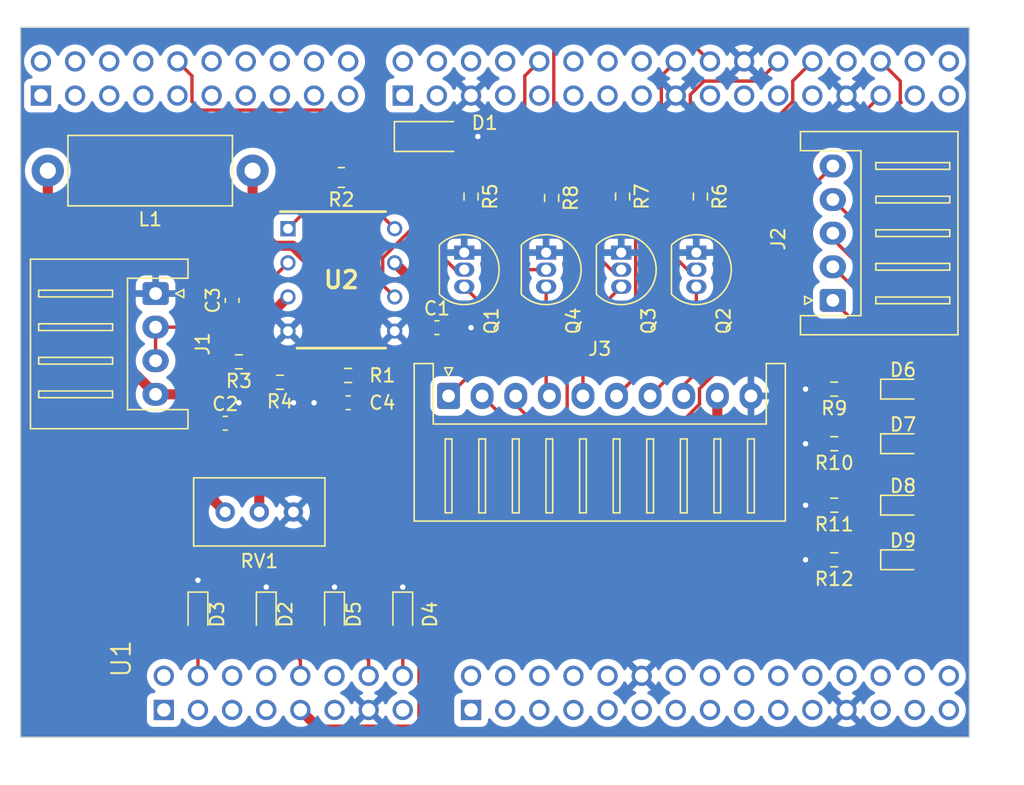
<source format=kicad_pcb>
(kicad_pcb (version 20221018) (generator pcbnew)
  (title_block (title "frontbox nucleo ex") (date "2023-08-13") (rev "1") (company "NTURacing") (comment 1 "legacy from easyEDA"))
  (layers (0 "F.Cu" signal) (31 "B.Cu" signal) (34 "B.Paste" user) (35 "F.Paste" user) (36 "B.SilkS" user "B.Silkscreen") (37 "F.SilkS" user "F.Silkscreen") (38 "B.Mask" user) (39 "F.Mask" user) (44 "Edge.Cuts" user))
  (net 0 "")
  (net 1 "+5V")
  (net 2 "GND")
  (net 3 "+5V_A")
  (net 4 "Net-(U2-+)")
  (net 5 "bridge")
  (net 6 "output")
  (net 7 "LED1")
  (net 8 "LED2")
  (net 9 "LED3")
  (net 10 "LED4")
  (net 11 "Net-(D6-A)")
  (net 12 "Net-(D7-A)")
  (net 13 "Net-(D8-A)")
  (net 14 "Net-(D9-A)")
  (net 15 "PAGE")
  (net 16 "RTD_in")
  (net 17 "RTD_L")
  (net 18 "GR_in2")
  (net 19 "GR_L2")
  (net 20 "RPi_L")
  (net 21 "GR_in1")
  (net 22 "GR_L1")
  (net 23 "Net-(L1-Pad1)")
  (net 24 "Net-(Q1-B)")
  (net 25 "Net-(Q2-B)")
  (net 26 "Net-(Q3-B)")
  (net 27 "Net-(Q4-B)")
  (net 28 "Net-(R2-Pad1)")
  (net 29 "Net-(R2-Pad2)")
  (net 30 "GR_L1_s")
  (net 31 "RTD_L_s")
  (net 32 "GR_L2_s")
  (net 33 "RPi_L_s")
  (net 114 "Net-(D6-K)")
  (net 115 "Net-(D7-K)")
  (net 116 "Net-(D8-K)")
  (net 117 "Net-(D9-K)")
  (footprint "Resistor_SMD:R_0603_1608Metric_Pad0.98x0.95mm_HandSolder" (layer "F.Cu") (at 88.294 77.724 -90)
    (fp_text reference "R8" (at 0 -1.43 90) (layer "F.SilkS"))
    (fp_text value "1k")
    (pad "1" smd roundrect (at -0.9125 0 270) (size 0.975 0.95) (layers "F.Cu" "F.Paste" "F.Mask") (net 33 "RPi_L_s"))
    (pad "2" smd roundrect (at 0.9125 0 270) (size 0.975 0.95) (layers "F.Cu" "F.Paste" "F.Mask") (net 27 "Net-(Q4-B)"))
  )
  (footprint "Resistor_SMD:R_0603_1608Metric_Pad0.98x0.95mm_HandSolder" (layer "F.Cu") (at 68.072 91.44 180)
    (fp_text reference "R4" (at 0 -1.43) (layer "F.SilkS"))
    (fp_text value "5R")
    (pad "1" smd roundrect (at -0.9125 0 180) (size 0.975 0.95) (layers "F.Cu" "F.Paste" "F.Mask") (net 2 "GND"))
    (pad "2" smd roundrect (at 0.9125 0 180) (size 0.975 0.95) (layers "F.Cu" "F.Paste" "F.Mask") (net 4 "Net-(U2-+)"))
  )
  (footprint "Package_TO_SOT_THT:TO-92_Inline" (layer "F.Cu") (at 93.472 81.788 -90)
    (fp_text reference "Q3" (at 5.08 -2.032 90) (layer "F.SilkS"))
    (fp_text value "PN2222A")
    (pad "1" thru_hole rect (at 0 0 270) (size 1.05 1.5) (drill 0.75) (layers "*.Cu" "*.Mask") (net 2 "GND"))
    (pad "2" thru_hole oval (at 1.27 0 270) (size 1.05 1.5) (drill 0.75) (layers "*.Cu" "*.Mask") (net 26 "Net-(Q3-B)"))
    (pad "3" thru_hole oval (at 2.54 0 270) (size 1.05 1.5) (drill 0.75) (layers "*.Cu" "*.Mask") (net 19 "GR_L2"))
  )
  (footprint "Capacitor_SMD:C_0603_1608Metric_Pad1.08x0.95mm_HandSolder" (layer "F.Cu") (at 64.008 94.488)
    (fp_text reference "C2" (at 0 -1.43) (layer "F.SilkS"))
    (fp_text value "10u")
    (pad "1" smd roundrect (at -0.8625 0) (size 1.075 0.95) (layers "F.Cu" "F.Paste" "F.Mask") (net 3 "+5V_A"))
    (pad "2" smd roundrect (at 0.8625 0) (size 1.075 0.95) (layers "F.Cu" "F.Paste" "F.Mask") (net 2 "GND"))
  )
  (footprint "Resistor_SMD:R_0805_2012Metric_Pad1.20x1.40mm_HandSolder" (layer "F.Cu") (at 72.644 76.2 180)
    (fp_text reference "R2" (at 0 -1.65) (layer "F.SilkS"))
    (fp_text value "1k")
    (pad "1" smd roundrect (at -1 0 180) (size 1.2 1.4) (layers "F.Cu" "F.Paste" "F.Mask") (roundrect_rratio 0.208333) (net 28 "Net-(R2-Pad1)"))
    (pad "2" smd roundrect (at 1 0 180) (size 1.2 1.4) (layers "F.Cu" "F.Paste" "F.Mask") (roundrect_rratio 0.208333) (net 29 "Net-(R2-Pad2)"))
  )
  (footprint "Resistor_SMD:R_0603_1608Metric_Pad0.98x0.95mm_HandSolder" (layer "F.Cu") (at 65.024 89.916 180)
    (fp_text reference "R3" (at 0 -1.43) (layer "F.SilkS"))
    (fp_text value "5R")
    (pad "1" smd roundrect (at -0.9125 0 180) (size 0.975 0.95) (layers "F.Cu" "F.Paste" "F.Mask") (net 4 "Net-(U2-+)"))
    (pad "2" smd roundrect (at 0.9125 0 180) (size 0.975 0.95) (layers "F.Cu" "F.Paste" "F.Mask") (net 3 "+5V_A"))
  )
  (footprint "LED_SMD:LED_0603_1608Metric_Pad1.05x0.95mm_HandSolder" (layer "F.Cu") (at 114.441 104.648)
    (fp_text reference "D9" (at 0 -1.43) (layer "F.SilkS"))
    (fp_text value "LED-0603_R")
    (pad "1" smd roundrect (at -0.875 0) (size 1.05 0.95) (layers "F.Cu" "F.Paste" "F.Mask") (net 117 "Net-(D9-K)"))
    (pad "2" smd roundrect (at 0.875 0) (size 1.05 0.95) (layers "F.Cu" "F.Paste" "F.Mask") (net 14 "Net-(D9-A)"))
  )
  (footprint "Connector_JST:JST_XH_S5B-XH-A_1x05_P2.50mm_Horizontal" (layer "F.Cu") (at 109.22 85.344 90)
    (fp_text reference "J2" (at 4.572 -4.064 90) (layer "F.SilkS"))
    (fp_text value "Conn_01x05")
    (pad "1" thru_hole roundrect (at 0 0 90) (size 1.7 1.95) (drill 0.95) (layers "*.Cu" "*.Mask") (roundrect_rratio 0.147059) (net 11 "Net-(D6-A)"))
    (pad "2" thru_hole oval (at 2.5 0 90) (size 1.7 1.95) (drill 0.95) (layers "*.Cu" "*.Mask") (net 12 "Net-(D7-A)"))
    (pad "3" thru_hole oval (at 5 0 90) (size 1.7 1.95) (drill 0.95) (layers "*.Cu" "*.Mask") (net 13 "Net-(D8-A)"))
    (pad "4" thru_hole oval (at 7.5 0 90) (size 1.7 1.95) (drill 0.95) (layers "*.Cu" "*.Mask") (net 14 "Net-(D9-A)"))
    (pad "5" thru_hole oval (at 10 0 90) (size 1.7 1.95) (drill 0.95) (layers "*.Cu" "*.Mask") (net 15 "PAGE"))
  )
  (footprint "Resistor_SMD:R_0603_1608Metric_Pad0.98x0.95mm_HandSolder" (layer "F.Cu") (at 109.3235 91.948 180)
    (fp_text reference "R9" (at 0 -1.43) (layer "F.SilkS"))
    (fp_text value "100")
    (pad "1" smd roundrect (at -0.9125 0 180) (size 0.975 0.95) (layers "F.Cu" "F.Paste" "F.Mask") (net 114 "Net-(D6-K)"))
    (pad "2" smd roundrect (at 0.9125 0 180) (size 0.975 0.95) (layers "F.Cu" "F.Paste" "F.Mask") (net 2 "GND"))
  )
  (footprint "Diode_SMD:D_MiniMELF" (layer "F.Cu") (at 79.248 73.152)
    (fp_text reference "D1" (at 4.064 -1.016) (layer "F.SilkS"))
    (fp_text value "ZMM5227B-PEC")
    (pad "1" smd roundrect (at -1.75 0) (size 1.3 1.7) (layers "F.Cu" "F.Paste" "F.Mask") (roundrect_rratio 0.1923076923) (net 6 "output"))
    (pad "2" smd roundrect (at 1.75 0) (size 1.3 1.7) (layers "F.Cu" "F.Paste" "F.Mask") (roundrect_rratio 0.1923076923) (net 2 "GND"))
  )
  (footprint "Package_TO_SOT_THT:TO-92_Inline" (layer "F.Cu") (at 87.884 81.788 -90)
    (fp_text reference "Q4" (at 5.08 -2.032 90) (layer "F.SilkS"))
    (fp_text value "PN2222A")
    (pad "1" thru_hole rect (at 0 0 270) (size 1.05 1.5) (drill 0.75) (layers "*.Cu" "*.Mask") (net 2 "GND"))
    (pad "2" thru_hole oval (at 1.27 0 270) (size 1.05 1.5) (drill 0.75) (layers "*.Cu" "*.Mask") (net 27 "Net-(Q4-B)"))
    (pad "3" thru_hole oval (at 2.54 0 270) (size 1.05 1.5) (drill 0.75) (layers "*.Cu" "*.Mask") (net 20 "RPi_L"))
  )
  (footprint "Resistor_SMD:R_0603_1608Metric_Pad0.98x0.95mm_HandSolder" (layer "F.Cu") (at 93.576 77.6205 -90)
    (fp_text reference "R7" (at 0 -1.43 90) (layer "F.SilkS"))
    (fp_text value "1k")
    (pad "1" smd roundrect (at -0.9125 0 270) (size 0.975 0.95) (layers "F.Cu" "F.Paste" "F.Mask") (net 32 "GR_L2_s"))
    (pad "2" smd roundrect (at 0.9125 0 270) (size 0.975 0.95) (layers "F.Cu" "F.Paste" "F.Mask") (net 26 "Net-(Q3-B)"))
  )
  (footprint "LED_SMD:LED_0603_1608Metric_Pad1.05x0.95mm_HandSolder" (layer "F.Cu") (at 67.056 108.712 -90)
    (fp_text reference "D2" (at 0 -1.43 90) (layer "F.SilkS"))
    (fp_text value "LED-0603_R")
    (pad "1" smd roundrect (at -0.875 0 270) (size 1.05 0.95) (layers "F.Cu" "F.Paste" "F.Mask") (net 2 "GND"))
    (pad "2" smd roundrect (at 0.875 0 270) (size 1.05 0.95) (layers "F.Cu" "F.Paste" "F.Mask") (net 7 "LED1"))
  )
  (footprint "Resistor_SMD:R_0603_1608Metric_Pad0.98x0.95mm_HandSolder" (layer "F.Cu") (at 73.152 90.932 180)
    (fp_text reference "R1" (at -2.54 0) (layer "F.SilkS"))
    (fp_text value "5R")
    (pad "1" smd roundrect (at -0.9125 0 180) (size 0.975 0.95) (layers "F.Cu" "F.Paste" "F.Mask") (net 1 "+5V"))
    (pad "2" smd roundrect (at 0.9125 0 180) (size 0.975 0.95) (layers "F.Cu" "F.Paste" "F.Mask") (net 23 "Net-(L1-Pad1)"))
  )
  (footprint "LED_SMD:LED_0603_1608Metric_Pad1.05x0.95mm_HandSolder" (layer "F.Cu") (at 61.976 108.712 -90)
    (fp_text reference "D3" (at 0 -1.43 90) (layer "F.SilkS"))
    (fp_text value "LED-0603_R")
    (pad "1" smd roundrect (at -0.875 0 270) (size 1.05 0.95) (layers "F.Cu" "F.Paste" "F.Mask") (net 2 "GND"))
    (pad "2" smd roundrect (at 0.875 0 270) (size 1.05 0.95) (layers "F.Cu" "F.Paste" "F.Mask") (net 8 "LED2"))
  )
  (footprint "Capacitor_SMD:C_0603_1608Metric_Pad1.08x0.95mm_HandSolder" (layer "F.Cu") (at 79.756 87.376)
    (fp_text reference "C1" (at 0 -1.43) (layer "F.SilkS"))
    (fp_text value "10u")
    (pad "1" smd roundrect (at -0.8625 0) (size 1.075 0.95) (layers "F.Cu" "F.Paste" "F.Mask") (net 1 "+5V"))
    (pad "2" smd roundrect (at 0.8625 0) (size 1.075 0.95) (layers "F.Cu" "F.Paste" "F.Mask") (net 2 "GND"))
  )
  (footprint "Capacitor_SMD:C_0603_1608Metric_Pad1.08x0.95mm_HandSolder" (layer "F.Cu") (at 64.516 85.344 90)
    (fp_text reference "C3" (at 0 -1.43 90) (layer "F.SilkS"))
    (fp_text value "0u1")
    (pad "1" smd roundrect (at -0.8625 0 90) (size 1.075 0.95) (layers "F.Cu" "F.Paste" "F.Mask") (net 4 "Net-(U2-+)"))
    (pad "2" smd roundrect (at 0.8625 0 90) (size 1.075 0.95) (layers "F.Cu" "F.Paste" "F.Mask") (net 5 "bridge"))
  )
  (footprint "Package_TO_SOT_THT:TO-92_Inline" (layer "F.Cu") (at 99.06 81.788 -90)
    (fp_text reference "Q2" (at 5.08 -2.032 90) (layer "F.SilkS"))
    (fp_text value "PN2222A")
    (pad "1" thru_hole rect (at 0 0 270) (size 1.05 1.5) (drill 0.75) (layers "*.Cu" "*.Mask") (net 2 "GND"))
    (pad "2" thru_hole oval (at 1.27 0 270) (size 1.05 1.5) (drill 0.75) (layers "*.Cu" "*.Mask") (net 25 "Net-(Q2-B)"))
    (pad "3" thru_hole oval (at 2.54 0 270) (size 1.05 1.5) (drill 0.75) (layers "*.Cu" "*.Mask") (net 17 "RTD_L"))
  )
  (footprint "LED_SMD:LED_0603_1608Metric_Pad1.05x0.95mm_HandSolder" (layer "F.Cu") (at 114.441 96.012)
    (fp_text reference "D7" (at 0 -1.43) (layer "F.SilkS"))
    (fp_text value "LED-0603_R")
    (pad "1" smd roundrect (at -0.875 0) (size 1.05 0.95) (layers "F.Cu" "F.Paste" "F.Mask") (net 115 "Net-(D7-K)"))
    (pad "2" smd roundrect (at 0.875 0) (size 1.05 0.95) (layers "F.Cu" "F.Paste" "F.Mask") (net 12 "Net-(D7-A)"))
  )
  (footprint "Capacitor_SMD:C_0603_1608Metric_Pad1.08x0.95mm_HandSolder" (layer "F.Cu") (at 73.152 92.964 180)
    (fp_text reference "C4" (at -2.54 0) (layer "F.SilkS"))
    (fp_text value "0u1")
    (pad "1" smd roundrect (at -0.8625 0 180) (size 1.075 0.95) (layers "F.Cu" "F.Paste" "F.Mask") (net 1 "+5V"))
    (pad "2" smd roundrect (at 0.8625 0 180) (size 1.075 0.95) (layers "F.Cu" "F.Paste" "F.Mask") (net 2 "GND"))
  )
  (footprint "Resistor_SMD:R_0603_1608Metric_Pad0.98x0.95mm_HandSolder" (layer "F.Cu") (at 109.3235 96.012 180)
    (fp_text reference "R10" (at 0 -1.43) (layer "F.SilkS"))
    (fp_text value "100")
    (pad "1" smd roundrect (at -0.9125 0 180) (size 0.975 0.95) (layers "F.Cu" "F.Paste" "F.Mask") (net 115 "Net-(D7-K)"))
    (pad "2" smd roundrect (at 0.9125 0 180) (size 0.975 0.95) (layers "F.Cu" "F.Paste" "F.Mask") (net 2 "GND"))
  )
  (footprint "Resistor_SMD:R_0603_1608Metric_Pad0.98x0.95mm_HandSolder" (layer "F.Cu") (at 82.296 77.6205 -90)
    (fp_text reference "R5" (at 0 -1.43 90) (layer "F.SilkS"))
    (fp_text value "1k")
    (pad "1" smd roundrect (at -0.9125 0 270) (size 0.975 0.95) (layers "F.Cu" "F.Paste" "F.Mask") (net 30 "GR_L1_s"))
    (pad "2" smd roundrect (at 0.9125 0 270) (size 0.975 0.95) (layers "F.Cu" "F.Paste" "F.Mask") (net 24 "Net-(Q1-B)"))
  )
  (footprint "Resistor_SMD:R_0603_1608Metric_Pad0.98x0.95mm_HandSolder" (layer "F.Cu") (at 109.3235 100.584 180)
    (fp_text reference "R11" (at 0 -1.43) (layer "F.SilkS"))
    (fp_text value "100")
    (pad "1" smd roundrect (at -0.9125 0 180) (size 0.975 0.95) (layers "F.Cu" "F.Paste" "F.Mask") (net 116 "Net-(D8-K)"))
    (pad "2" smd roundrect (at 0.9125 0 180) (size 0.975 0.95) (layers "F.Cu" "F.Paste" "F.Mask") (net 2 "GND"))
  )
  (footprint "Potentiometer_THT:Potentiometer_Bourns_3296W_Vertical" (layer "F.Cu") (at 63.998 101.092 180)
    (fp_text reference "RV1" (at -2.54 -3.66) (layer "F.SilkS"))
    (fp_text value "R_Potentiometer_Trim")
    (pad "1" thru_hole circle (at 0 0 180) (size 1.44 1.44) (drill 0.8) (layers "*.Cu" "*.Mask") (net 3 "+5V_A"))
    (pad "2" thru_hole circle (at -2.54 0 180) (size 1.44 1.44) (drill 0.8) (layers "*.Cu" "*.Mask") (net 4 "Net-(U2-+)"))
    (pad "3" thru_hole circle (at -5.08 0 180) (size 1.44 1.44) (drill 0.8) (layers "*.Cu" "*.Mask") (net 2 "GND"))
  )
  (footprint "Inductor_THT:L_Axial_L12.0mm_D5.0mm_P15.24mm_Horizontal_Fastron_MISC" (layer "F.Cu") (at 66.04 75.692 180)
    (fp_text reference "L1" (at 7.62 -3.62) (layer "F.SilkS"))
    (fp_text value "100u")
    (pad "1" thru_hole circle (at 0 0 180) (size 2.4 2.4) (drill 1.2) (layers "*.Cu" "*.Mask") (net 23 "Net-(L1-Pad1)"))
    (pad "2" thru_hole oval (at 15.24 0 180) (size 2.4 2.4) (drill 1.2) (layers "*.Cu" "*.Mask") (net 3 "+5V_A"))
  )
  (footprint "Connector_JST:JST_XH_S4B-XH-A_1x04_P2.50mm_Horizontal" (layer "F.Cu") (at 58.822 84.836 -90)
    (fp_text reference "J1" (at 3.75 -3.5 90) (layer "F.SilkS"))
    (fp_text value "Conn_01x04")
    (pad "1" thru_hole roundrect (at 0 0 270) (size 1.7 1.95) (drill 0.95) (layers "*.Cu" "*.Mask") (roundrect_rratio 0.147059) (net 2 "GND"))
    (pad "2" thru_hole oval (at 2.5 0 270) (size 1.7 1.95) (drill 0.95) (layers "*.Cu" "*.Mask") (net 5 "bridge"))
    (pad "3" thru_hole oval (at 5 0 270) (size 1.7 1.95) (drill 0.95) (layers "*.Cu" "*.Mask") (net 5 "bridge"))
    (pad "4" thru_hole oval (at 7.5 0 270) (size 1.7 1.95) (drill 0.95) (layers "*.Cu" "*.Mask") (net 3 "+5V_A"))
  )
  (footprint "LED_SMD:LED_0603_1608Metric_Pad1.05x0.95mm_HandSolder" (layer "F.Cu") (at 114.441 100.584)
    (fp_text reference "D8" (at 0 -1.43) (layer "F.SilkS"))
    (fp_text value "LED-0603_R")
    (pad "1" smd roundrect (at -0.875 0) (size 1.05 0.95) (layers "F.Cu" "F.Paste" "F.Mask") (net 116 "Net-(D8-K)"))
    (pad "2" smd roundrect (at 0.875 0) (size 1.05 0.95) (layers "F.Cu" "F.Paste" "F.Mask") (net 13 "Net-(D8-A)"))
  )
  (footprint "Resistor_SMD:R_0603_1608Metric_Pad0.98x0.95mm_HandSolder" (layer "F.Cu") (at 99.366 77.6205 -90)
    (fp_text reference "R6" (at 0 -1.43 90) (layer "F.SilkS"))
    (fp_text value "1k")
    (pad "1" smd roundrect (at -0.9125 0 270) (size 0.975 0.95) (layers "F.Cu" "F.Paste" "F.Mask") (net 31 "RTD_L_s"))
    (pad "2" smd roundrect (at 0.9125 0 270) (size 0.975 0.95) (layers "F.Cu" "F.Paste" "F.Mask") (net 25 "Net-(Q2-B)"))
  )
  (footprint "Resistor_SMD:R_0603_1608Metric_Pad0.98x0.95mm_HandSolder" (layer "F.Cu") (at 109.3235 104.648 180)
    (fp_text reference "R12" (at 0 -1.43) (layer "F.SilkS"))
    (fp_text value "100")
    (pad "1" smd roundrect (at -0.9125 0 180) (size 0.975 0.95) (layers "F.Cu" "F.Paste" "F.Mask") (net 117 "Net-(D9-K)"))
    (pad "2" smd roundrect (at 0.9125 0 180) (size 0.975 0.95) (layers "F.Cu" "F.Paste" "F.Mask") (net 2 "GND"))
  )
  (footprint "SamacSys_Parts:DIP794W53P254L959H508Q8N" (layer "F.Cu") (at 72.644 83.82)
    (fp_text reference "U2" (at 0 0) (layer "F.SilkS") (effects (font (size 1.27 1.27) (thickness 0.254))))
    (fp_text value "INA128PG4" hide)
    (pad "1" thru_hole rect (at -3.97 -3.81) (size 1.13 1.13) (drill 0.73) (layers "*.Cu" "*.Mask") (net 29 "Net-(R2-Pad2)"))
    (pad "2" thru_hole circle (at -3.97 -1.27) (size 1.13 1.13) (drill 0.73) (layers "*.Cu" "*.Mask") (net 5 "bridge"))
    (pad "3" thru_hole circle (at -3.97 1.27) (size 1.13 1.13) (drill 0.73) (layers "*.Cu" "*.Mask") (net 4 "Net-(U2-+)"))
    (pad "4" thru_hole circle (at -3.97 3.81) (size 1.13 1.13) (drill 0.73) (layers "*.Cu" "*.Mask") (net 2 "GND"))
    (pad "5" thru_hole circle (at 3.97 3.81) (size 1.13 1.13) (drill 0.73) (layers "*.Cu" "*.Mask") (net 2 "GND"))
    (pad "6" thru_hole circle (at 3.97 1.27) (size 1.13 1.13) (drill 0.73) (layers "*.Cu" "*.Mask") (net 6 "output"))
    (pad "7" thru_hole circle (at 3.97 -1.27) (size 1.13 1.13) (drill 0.73) (layers "*.Cu" "*.Mask") (net 1 "+5V"))
    (pad "8" thru_hole circle (at 3.97 -3.81) (size 1.13 1.13) (drill 0.73) (layers "*.Cu" "*.Mask") (net 28 "Net-(R2-Pad1)"))
  )
  (footprint "Connector_JST:JST_XH_S10B-XH-A_1x10_P2.50mm_Horizontal" (layer "F.Cu") (at 80.624 92.456)
    (fp_text reference "J3" (at 11.25 -3.5) (layer "F.SilkS"))
    (fp_text value "Conn_01x10")
    (pad "1" thru_hole roundrect (at 0 0) (size 1.7 1.95) (drill 0.95) (layers "*.Cu" "*.Mask") (roundrect_rratio 0.147059) (net 22 "GR_L1"))
    (pad "2" thru_hole oval (at 2.5 0) (size 1.7 1.95) (drill 0.95) (layers "*.Cu" "*.Mask") (net 15 "PAGE"))
    (pad "3" thru_hole oval (at 5 0) (size 1.7 1.95) (drill 0.95) (layers "*.Cu" "*.Mask") (net 21 "GR_in1"))
    (pad "4" thru_hole oval (at 7.5 0) (size 1.7 1.95) (drill 0.95) (layers "*.Cu" "*.Mask") (net 20 "RPi_L"))
    (pad "5" thru_hole oval (at 10 0) (size 1.7 1.95) (drill 0.95) (layers "*.Cu" "*.Mask") (net 19 "GR_L2"))
    (pad "6" thru_hole oval (at 12.5 0) (size 1.7 1.95) (drill 0.95) (layers "*.Cu" "*.Mask") (net 18 "GR_in2"))
    (pad "7" thru_hole oval (at 15 0) (size 1.7 1.95) (drill 0.95) (layers "*.Cu" "*.Mask") (net 17 "RTD_L"))
    (pad "8" thru_hole oval (at 17.5 0) (size 1.7 1.95) (drill 0.95) (layers "*.Cu" "*.Mask") (net 16 "RTD_in"))
    (pad "9" thru_hole oval (at 20 0) (size 1.7 1.95) (drill 0.95) (layers "*.Cu" "*.Mask") (net 1 "+5V"))
    (pad "10" thru_hole oval (at 22.5 0) (size 1.7 1.95) (drill 0.95) (layers "*.Cu" "*.Mask") (net 2 "GND"))
  )
  (footprint "LED_SMD:LED_0603_1608Metric_Pad1.05x0.95mm_HandSolder" (layer "F.Cu") (at 72.136 108.712 -90)
    (fp_text reference "D5" (at 0 -1.43 90) (layer "F.SilkS"))
    (fp_text value "LED-0603_R")
    (pad "1" smd roundrect (at -0.875 0 270) (size 1.05 0.95) (layers "F.Cu" "F.Paste" "F.Mask") (net 2 "GND"))
    (pad "2" smd roundrect (at 0.875 0 270) (size 1.05 0.95) (layers "F.Cu" "F.Paste" "F.Mask") (net 10 "LED4"))
  )
  (footprint "LED_SMD:LED_0603_1608Metric_Pad1.05x0.95mm_HandSolder" (layer "F.Cu") (at 114.441 91.948)
    (fp_text reference "D6" (at 0 -1.43) (layer "F.SilkS"))
    (fp_text value "LED-0603_R")
    (pad "1" smd roundrect (at -0.875 0) (size 1.05 0.95) (layers "F.Cu" "F.Paste" "F.Mask") (net 114 "Net-(D6-K)"))
    (pad "2" smd roundrect (at 0.875 0) (size 1.05 0.95) (layers "F.Cu" "F.Paste" "F.Mask") (net 11 "Net-(D6-A)"))
  )
  (footprint "Package_TO_SOT_THT:TO-92_Inline" (layer "F.Cu") (at 81.788 81.788 -90)
    (fp_text reference "Q1" (at 5.08 -2.032 90) (layer "F.SilkS"))
    (fp_text value "PN2222A")
    (pad "1" thru_hole rect (at 0 0 270) (size 1.05 1.5) (drill 0.75) (layers "*.Cu" "*.Mask") (net 2 "GND"))
    (pad "2" thru_hole oval (at 1.27 0 270) (size 1.05 1.5) (drill 0.75) (layers "*.Cu" "*.Mask") (net 24 "Net-(Q1-B)"))
    (pad "3" thru_hole oval (at 2.54 0 270) (size 1.05 1.5) (drill 0.75) (layers "*.Cu" "*.Mask") (net 22 "GR_L1"))
  )
  (footprint "nturt_kicad_lib:MODULE_NUCLEOH723ZG_WITHOUT_MORHPHO" (layer "F.Cu") (at 84.206 91.694 90)
    (fp_text reference "U1" (at -20.32 -27.94 90) (layer "F.SilkS") (effects (font (size 1.4 1.4))))
    (fp_text value "NUCLEOH723ZG_WITHOUT_MORHPHO")
    (pad "CN7_1" thru_hole rect (at 21.59 -33.914 90) (size 1.508 1.508) (drill 1) (layers "*.Cu" "*.Mask"))
    (pad "CN7_2" thru_hole circle (at 24.13 -33.914 90) (size 1.508 1.508) (drill 1) (layers "*.Cu" "*.Mask"))
    (pad "CN7_3" thru_hole circle (at 21.59 -31.374 90) (size 1.508 1.508) (drill 1) (layers "*.Cu" "*.Mask"))
    (pad "CN7_4" thru_hole circle (at 24.13 -31.374 90) (size 1.508 1.508) (drill 1) (layers "*.Cu" "*.Mask"))
    (pad "CN7_5" thru_hole circle (at 21.59 -28.834 90) (size 1.508 1.508) (drill 1) (layers "*.Cu" "*.Mask"))
    (pad "CN7_6" thru_hole circle (at 24.13 -28.834 90) (size 1.508 1.508) (drill 1) (layers "*.Cu" "*.Mask"))
    (pad "CN7_7" thru_hole circle (at 21.59 -26.294 90) (size 1.508 1.508) (drill 1) (layers "*.Cu" "*.Mask"))
    (pad "CN7_8" thru_hole circle (at 24.13 -26.294 90) (size 1.508 1.508) (drill 1) (layers "*.Cu" "*.Mask"))
    (pad "CN7_9" thru_hole circle (at 21.59 -23.754 90) (size 1.508 1.508) (drill 1) (layers "*.Cu" "*.Mask"))
    (pad "CN7_10" thru_hole circle (at 24.13 -23.754 90) (size 1.508 1.508) (drill 1) (layers "*.Cu" "*.Mask") (net 6 "output"))
    (pad "CN7_11" thru_hole circle (at 21.59 -21.214 90) (size 1.508 1.508) (drill 1) (layers "*.Cu" "*.Mask"))
    (pad "CN7_12" thru_hole circle (at 24.13 -21.214 90) (size 1.508 1.508) (drill 1) (layers "*.Cu" "*.Mask"))
    (pad "CN7_13" thru_hole circle (at 21.59 -18.674 90) (size 1.508 1.508) (drill 1) (layers "*.Cu" "*.Mask"))
    (pad "CN7_14" thru_hole circle (at 24.13 -18.674 90) (size 1.508 1.508) (drill 1) (layers "*.Cu" "*.Mask"))
    (pad "CN7_15" thru_hole circle (at 21.59 -16.134 90) (size 1.508 1.508) (drill 1) (layers "*.Cu" "*.Mask"))
    (pad "CN7_16" thru_hole circle (at 24.13 -16.134 90) (size 1.508 1.508) (drill 1) (layers "*.Cu" "*.Mask"))
    (pad "CN7_17" thru_hole circle (at 21.59 -13.594 90) (size 1.508 1.508) (drill 1) (layers "*.Cu" "*.Mask"))
    (pad "CN7_18" thru_hole circle (at 24.13 -13.594 90) (size 1.508 1.508) (drill 1) (layers "*.Cu" "*.Mask"))
    (pad "CN7_19" thru_hole circle (at 21.59 -11.054 90) (size 1.508 1.508) (drill 1) (layers "*.Cu" "*.Mask"))
    (pad "CN7_20" thru_hole circle (at 24.13 -11.054 90) (size 1.508 1.508) (drill 1) (layers "*.Cu" "*.Mask"))
    (pad "CN8_1" thru_hole rect (at -24.13 -24.77 90) (size 1.508 1.508) (drill 1) (layers "*.Cu" "*.Mask"))
    (pad "CN8_2" thru_hole circle (at -21.59 -24.77 90) (size 1.508 1.508) (drill 1) (layers "*.Cu" "*.Mask"))
    (pad "CN8_3" thru_hole circle (at -24.13 -22.23 90) (size 1.508 1.508) (drill 1) (layers "*.Cu" "*.Mask"))
    (pad "CN8_4" thru_hole circle (at -21.59 -22.23 90) (size 1.508 1.508) (drill 1) (layers "*.Cu" "*.Mask") (net 8 "LED2"))
    (pad "CN8_5" thru_hole circle (at -24.13 -19.69 90) (size 1.508 1.508) (drill 1) (layers "*.Cu" "*.Mask"))
    (pad "CN8_6" thru_hole circle (at -21.59 -19.69 90) (size 1.508 1.508) (drill 1) (layers "*.Cu" "*.Mask"))
    (pad "CN8_7" thru_hole circle (at -24.13 -17.15 90) (size 1.508 1.508) (drill 1) (layers "*.Cu" "*.Mask"))
    (pad "CN8_8" thru_hole circle (at -21.59 -17.15 90) (size 1.508 1.508) (drill 1) (layers "*.Cu" "*.Mask"))
    (pad "CN8_9" thru_hole circle (at -24.13 -14.61 90) (size 1.508 1.508) (drill 1) (layers "*.Cu" "*.Mask") (net 1 "+5V"))
    (pad "CN8_10" thru_hole circle (at -21.59 -14.61 90) (size 1.508 1.508) (drill 1) (layers "*.Cu" "*.Mask") (net 7 "LED1"))
    (pad "CN8_11" thru_hole circle (at -24.13 -12.07 90) (size 1.508 1.508) (drill 1) (layers "*.Cu" "*.Mask"))
    (pad "CN8_12" thru_hole circle (at -21.59 -12.07 90) (size 1.508 1.508) (drill 1) (layers "*.Cu" "*.Mask"))
    (pad "CN8_13" thru_hole circle (at -24.13 -9.53 90) (size 1.508 1.508) (drill 1) (layers "*.Cu" "*.Mask") (net 2 "GND"))
    (pad "CN8_14" thru_hole circle (at -21.59 -9.53 90) (size 1.508 1.508) (drill 1) (layers "*.Cu" "*.Mask") (net 10 "LED4"))
    (pad "CN8_15" thru_hole circle (at -24.13 -6.99 90) (size 1.508 1.508) (drill 1) (layers "*.Cu" "*.Mask"))
    (pad "CN8_16" thru_hole circle (at -21.59 -6.99 90) (size 1.508 1.508) (drill 1) (layers "*.Cu" "*.Mask") (net 9 "LED3"))
    (pad "CN9_1" thru_hole rect (at -24.13 -1.91 90) (size 1.508 1.508) (drill 1) (layers "*.Cu" "*.Mask"))
    (pad "CN9_2" thru_hole circle (at -21.59 -1.91 90) (size 1.508 1.508) (drill 1) (layers "*.Cu" "*.Mask"))
    (pad "CN9_3" thru_hole circle (at -24.13 0.63 90) (size 1.508 1.508) (drill 1) (layers "*.Cu" "*.Mask"))
    (pad "CN9_4" thru_hole circle (at -21.59 0.63 90) (size 1.508 1.508) (drill 1) (layers "*.Cu" "*.Mask"))
    (pad "CN9_5" thru_hole circle (at -24.13 3.17 90) (size 1.508 1.508) (drill 1) (layers "*.Cu" "*.Mask"))
    (pad "CN9_6" thru_hole circle (at -21.59 3.17 90) (size 1.508 1.508) (drill 1) (layers "*.Cu" "*.Mask"))
    (pad "CN9_7" thru_hole circle (at -24.13 5.71 90) (size 1.508 1.508) (drill 1) (layers "*.Cu" "*.Mask"))
    (pad "CN9_8" thru_hole circle (at -21.59 5.71 90) (size 1.508 1.508) (drill 1) (layers "*.Cu" "*.Mask"))
    (pad "CN9_9" thru_hole circle (at -24.13 8.25 90) (size 1.508 1.508) (drill 1) (layers "*.Cu" "*.Mask"))
    (pad "CN9_10" thru_hole circle (at -21.59 8.25 90) (size 1.508 1.508) (drill 1) (layers "*.Cu" "*.Mask"))
    (pad "CN9_11" thru_hole circle (at -24.13 10.79 90) (size 1.508 1.508) (drill 1) (layers "*.Cu" "*.Mask"))
    (pad "CN9_12" thru_hole circle (at -21.59 10.79 90) (size 1.508 1.508) (drill 1) (layers "*.Cu" "*.Mask") (net 2 "GND"))
    (pad "CN9_13" thru_hole circle (at -24.13 13.33 90) (size 1.508 1.508) (drill 1) (layers "*.Cu" "*.Mask"))
    (pad "CN9_14" thru_hole circle (at -21.59 13.33 90) (size 1.508 1.508) (drill 1) (layers "*.Cu" "*.Mask"))
    (pad "CN9_15" thru_hole circle (at -24.13 15.87 90) (size 1.508 1.508) (drill 1) (layers "*.Cu" "*.Mask"))
    (pad "CN9_16" thru_hole circle (at -21.59 15.87 90) (size 1.508 1.508) (drill 1) (layers "*.Cu" "*.Mask"))
    (pad "CN9_17" thru_hole circle (at -24.13 18.41 90) (size 1.508 1.508) (drill 1) (layers "*.Cu" "*.Mask"))
    (pad "CN9_18" thru_hole circle (at -21.59 18.41 90) (size 1.508 1.508) (drill 1) (layers "*.Cu" "*.Mask"))
    (pad "CN9_19" thru_hole circle (at -24.13 20.95 90) (size 1.508 1.508) (drill 1) (layers "*.Cu" "*.Mask"))
    (pad "CN9_20" thru_hole circle (at -21.59 20.95 90) (size 1.508 1.508) (drill 1) (layers "*.Cu" "*.Mask"))
    (pad "CN9_21" thru_hole circle (at -24.13 23.49 90) (size 1.508 1.508) (drill 1) (layers "*.Cu" "*.Mask"))
    (pad "CN9_22" thru_hole circle (at -21.59 23.49 90) (size 1.508 1.508) (drill 1) (layers "*.Cu" "*.Mask"))
    (pad "CN9_23" thru_hole circle (at -24.13 26.03 90) (size 1.508 1.508) (drill 1) (layers "*.Cu" "*.Mask") (net 2 "GND"))
    (pad "CN9_24" thru_hole circle (at -21.59 26.03 90) (size 1.508 1.508) (drill 1) (layers "*.Cu" "*.Mask"))
    (pad "CN9_25" thru_hole circle (at -24.13 28.57 90) (size 1.508 1.508) (drill 1) (layers "*.Cu" "*.Mask"))
    (pad "CN9_26" thru_hole circle (at -21.59 28.57 90) (size 1.508 1.508) (drill 1) (layers "*.Cu" "*.Mask"))
    (pad "CN9_27" thru_hole circle (at -24.13 31.11 90) (size 1.508 1.508) (drill 1) (layers "*.Cu" "*.Mask"))
    (pad "CN9_28" thru_hole circle (at -21.59 31.11 90) (size 1.508 1.508) (drill 1) (layers "*.Cu" "*.Mask"))
    (pad "CN9_29" thru_hole circle (at -24.13 33.65 90) (size 1.508 1.508) (drill 1) (layers "*.Cu" "*.Mask"))
    (pad "CN9_30" thru_hole circle (at -21.59 33.65 90) (size 1.508 1.508) (drill 1) (layers "*.Cu" "*.Mask"))
    (pad "CN10_1" thru_hole rect (at 21.59 -6.99 90) (size 1.508 1.508) (drill 1) (layers "*.Cu" "*.Mask"))
    (pad "CN10_2" thru_hole circle (at 24.13 -6.99 90) (size 1.508 1.508) (drill 1) (layers "*.Cu" "*.Mask"))
    (pad "CN10_3" thru_hole circle (at 21.59 -4.45 90) (size 1.508 1.508) (drill 1) (layers "*.Cu" "*.Mask"))
    (pad "CN10_4" thru_hole circle (at 24.13 -4.45 90) (size 1.508 1.508) (drill 1) (layers "*.Cu" "*.Mask"))
    (pad "CN10_5" thru_hole circle (at 21.59 -1.91 90) (size 1.508 1.508) (drill 1) (layers "*.Cu" "*.Mask") (net 2 "GND"))
    (pad "CN10_6" thru_hole circle (at 24.13 -1.91 90) (size 1.508 1.508) (drill 1) (layers "*.Cu" "*.Mask"))
    (pad "CN10_7" thru_hole circle (at 21.59 0.63 90) (size 1.508 1.508) (drill 1) (layers "*.Cu" "*.Mask"))
    (pad "CN10_8" thru_hole circle (at 24.13 0.63 90) (size 1.508 1.508) (drill 1) (layers "*.Cu" "*.Mask"))
    (pad "CN10_9" thru_hole circle (at 21.59 3.17 90) (size 1.508 1.508) (drill 1) (layers "*.Cu" "*.Mask"))
    (pad "CN10_10" thru_hole circle (at 24.13 3.17 90) (size 1.508 1.508) (drill 1) (layers "*.Cu" "*.Mask") (net 30 "GR_L1_s"))
    (pad "CN10_11" thru_hole circle (at 21.59 5.71 90) (size 1.508 1.508) (drill 1) (layers "*.Cu" "*.Mask"))
    (pad "CN10_12" thru_hole circle (at 24.13 5.71 90) (size 1.508 1.508) (drill 1) (layers "*.Cu" "*.Mask"))
    (pad "CN10_13" thru_hole circle (at 21.59 8.25 90) (size 1.508 1.508) (drill 1) (layers "*.Cu" "*.Mask"))
    (pad "CN10_14" thru_hole circle (at 24.13 8.25 90) (size 1.508 1.508) (drill 1) (layers "*.Cu" "*.Mask"))
    (pad "CN10_15" thru_hole circle (at 21.59 10.79 90) (size 1.508 1.508) (drill 1) (layers "*.Cu" "*.Mask"))
    (pad "CN10_16" thru_hole circle (at 24.13 10.79 90) (size 1.508 1.508) (drill 1) (layers "*.Cu" "*.Mask"))
    (pad "CN10_17" thru_hole circle (at 21.59 13.33 90) (size 1.508 1.508) (drill 1) (layers "*.Cu" "*.Mask") (net 2 "GND"))
    (pad "CN10_18" thru_hole circle (at 24.13 13.33 90) (size 1.508 1.508) (drill 1) (layers "*.Cu" "*.Mask") (net 21 "GR_in1"))
    (pad "CN10_19" thru_hole circle (at 21.59 15.87 90) (size 1.508 1.508) (drill 1) (layers "*.Cu" "*.Mask"))
    (pad "CN10_20" thru_hole circle (at 24.13 15.87 90) (size 1.508 1.508) (drill 1) (layers "*.Cu" "*.Mask") (net 33 "RPi_L_s"))
    (pad "CN10_21" thru_hole circle (at 21.59 18.41 90) (size 1.508 1.508) (drill 1) (layers "*.Cu" "*.Mask"))
    (pad "CN10_22" thru_hole circle (at 24.13 18.41 90) (size 1.508 1.508) (drill 1) (layers "*.Cu" "*.Mask") (net 2 "GND"))
    (pad "CN10_23" thru_hole circle (at 21.59 20.95 90) (size 1.508 1.508) (drill 1) (layers "*.Cu" "*.Mask"))
    (pad "CN10_24" thru_hole circle (at 24.13 20.95 90) (size 1.508 1.508) (drill 1) (layers "*.Cu" "*.Mask") (net 32 "GR_L2_s"))
    (pad "CN10_25" thru_hole circle (at 21.59 23.49 90) (size 1.508 1.508) (drill 1) (layers "*.Cu" "*.Mask"))
    (pad "CN10_26" thru_hole circle (at 24.13 23.49 90) (size 1.508 1.508) (drill 1) (layers "*.Cu" "*.Mask") (net 18 "GR_in2"))
    (pad "CN10_27" thru_hole circle (at 21.59 26.03 90) (size 1.508 1.508) (drill 1) (layers "*.Cu" "*.Mask") (net 2 "GND"))
    (pad "CN10_28" thru_hole circle (at 24.13 26.03 90) (size 1.508 1.508) (drill 1) (layers "*.Cu" "*.Mask"))
    (pad "CN10_29" thru_hole circle (at 21.59 28.57 90) (size 1.508 1.508) (drill 1) (layers "*.Cu" "*.Mask") (net 31 "RTD_L_s"))
    (pad "CN10_30" thru_hole circle (at 24.13 28.57 90) (size 1.508 1.508) (drill 1) (layers "*.Cu" "*.Mask") (net 16 "RTD_in"))
    (pad "CN10_31" thru_hole circle (at 21.59 31.11 90) (size 1.508 1.508) (drill 1) (layers "*.Cu" "*.Mask"))
    (pad "CN10_32" thru_hole circle (at 24.13 31.11 90) (size 1.508 1.508) (drill 1) (layers "*.Cu" "*.Mask"))
    (pad "CN10_33" thru_hole circle (at 21.59 33.65 90) (size 1.508 1.508) (drill 1) (layers "*.Cu" "*.Mask"))
    (pad "CN10_34" thru_hole circle (at 24.13 33.65 90) (size 1.508 1.508) (drill 1) (layers "*.Cu" "*.Mask"))
  )
  (footprint "LED_SMD:LED_0603_1608Metric_Pad1.05x0.95mm_HandSolder" (layer "F.Cu") (at 77.216 108.712 -90)
    (fp_text reference "D4" (at 0 -2.032 90) (layer "F.SilkS"))
    (fp_text value "LED-0603_R")
    (pad "1" smd roundrect (at -0.875 0 270) (size 1.05 0.95) (layers "F.Cu" "F.Paste" "F.Mask") (net 2 "GND"))
    (pad "2" smd roundrect (at 0.875 0 270) (size 1.05 0.95) (layers "F.Cu" "F.Paste" "F.Mask") (net 9 "LED3"))
  )
  (gr_rect (start 48.768 65.024) (end 119.38 117.856) (stroke (width 0.1)) (fill none) (layer "Edge.Cuts"))
  (segment (start 78.67 90.932) (end 78.67 92.964) (width 0.75) (layer "F.Cu") (net 1))
  (segment (start 78.67 116.91) (end 78.67 98.552) (width 0.75) (layer "F.Cu") (net 1))
  (segment (start 71.05 117.278) (end 78.302 117.278) (width 0.75) (layer "F.Cu") (net 1))
  (segment (start 78.67 84.606) (end 78.67 87.1525) (width 0.75) (layer "F.Cu") (net 1))
  (segment (start 78.67 87.1525) (end 78.8935 87.376) (width 0.75) (layer "F.Cu") (net 1))
  (segment (start 78.67 87.5995) (end 78.67 90.932) (width 0.75) (layer "F.Cu") (net 1))
  (segment (start 74.0145 92.964) (end 78.67 92.964) (width 0.75) (layer "F.Cu") (net 1))
  (segment (start 74.0645 90.932) (end 78.67 90.932) (width 0.75) (layer "F.Cu") (net 1))
  (segment (start 76.614 82.55) (end 78.67 84.606) (width 0.75) (layer "F.Cu") (net 1))
  (segment (start 78.8935 87.376) (end 78.67 87.5995) (width 0.75) (layer "F.Cu") (net 1))
  (segment (start 100.624 94.431) (end 96.503 98.552) (width 0.75) (layer "F.Cu") (net 1))
  (segment (start 78.302 117.278) (end 78.67 116.91) (width 0.75) (layer "F.Cu") (net 1))
  (segment (start 100.624 92.456) (end 100.624 94.431) (width 0.75) (layer "F.Cu") (net 1))
  (segment (start 96.503 98.552) (end 78.67 98.552) (width 0.75) (layer "F.Cu") (net 1))
  (segment (start 78.67 94.488) (end 78.67 98.552) (width 0.75) (layer "F.Cu") (net 1))
  (segment (start 69.596 115.824) (end 71.05 117.278) (width 0.75) (layer "F.Cu") (net 1))
  (segment (start 78.67 92.964) (end 78.67 94.488) (width 0.75) (layer "F.Cu") (net 1))
  (segment (start 80.6185 87.376) (end 82.296 87.376) (width 0.75) (layer "F.Cu") (net 2))
  (segment (start 108.411 104.648) (end 107.188 104.648) (width 0.75) (layer "F.Cu") (net 2))
  (segment (start 108.411 91.948) (end 107.188 91.948) (width 0.75) (layer "F.Cu") (net 2))
  (segment (start 68.9845 91.44) (end 68.9845 92.8605) (width 0.75) (layer "F.Cu") (net 2))
  (segment (start 77.216 107.837) (end 77.216 106.68) (width 0.75) (layer "F.Cu") (net 2))
  (segment (start 64.8705 93.1175) (end 65.024 92.964) (width 0.75) (layer "F.Cu") (net 2))
  (segment (start 108.411 100.584) (end 107.188 100.584) (width 0.75) (layer "F.Cu") (net 2))
  (segment (start 80.998 73.152) (end 82.804 73.152) (width 0.75) (layer "F.Cu") (net 2))
  (segment (start 61.976 107.837) (end 61.976 106.172) (width 0.75) (layer "F.Cu") (net 2))
  (segment (start 64.8705 94.488) (end 64.8705 93.1175) (width 0.75) (layer "F.Cu") (net 2))
  (segment (start 108.411 96.012) (end 107.188 96.012) (width 0.75) (layer "F.Cu") (net 2))
  (segment (start 72.2895 92.964) (end 70.612 92.964) (width 0.75) (layer "F.Cu") (net 2))
  (segment (start 67.056 107.837) (end 67.056 106.68) (width 0.75) (layer "F.Cu") (net 2))
  (segment (start 68.9845 92.8605) (end 69.088 92.964) (width 0.75) (layer "F.Cu") (net 2))
  (segment (start 72.136 107.837) (end 72.136 106.68) (width 0.75) (layer "F.Cu") (net 2))
  (via (at 72.136 106.68) (size 0.8) (drill 0.4) (layers "F.Cu" "B.Cu") (net 2))
  (via (at 67.056 106.68) (size 0.8) (drill 0.4) (layers "F.Cu" "B.Cu") (net 2))
  (via (at 61.976 106.172) (size 0.8) (drill 0.4) (layers "F.Cu" "B.Cu") (net 2))
  (via (at 107.188 91.948) (size 0.8) (drill 0.4) (layers "F.Cu" "B.Cu") (net 2))
  (via (at 82.296 87.376) (size 0.8) (drill 0.4) (layers "F.Cu" "B.Cu") (net 2))
  (via (at 107.188 100.584) (size 0.8) (drill 0.4) (layers "F.Cu" "B.Cu") (net 2))
  (via (at 70.612 92.964) (size 0.8) (drill 0.4) (layers "F.Cu" "B.Cu") (net 2))
  (via (at 82.804 73.152) (size 0.8) (drill 0.4) (layers "F.Cu" "B.Cu") (net 2))
  (via (at 107.188 104.648) (size 0.8) (drill 0.4) (layers "F.Cu" "B.Cu") (net 2))
  (via (at 65.024 92.964) (size 0.8) (drill 0.4) (layers "F.Cu" "B.Cu") (net 2))
  (via (at 107.188 96.012) (size 0.8) (drill 0.4) (layers "F.Cu" "B.Cu") (net 2))
  (via (at 69.088 92.964) (size 0.8) (drill 0.4) (layers "F.Cu" "B.Cu") (net 2))
  (via (at 77.216 106.68) (size 0.8) (drill 0.4) (layers "F.Cu" "B.Cu") (net 2))
  (segment (start 61.6915 92.336) (end 64.1115 89.916) (width 0.75) (layer "F.Cu") (net 3))
  (segment (start 63.1455 94.488) (end 63.1455 100.2395) (width 0.75) (layer "F.Cu") (net 3))
  (segment (start 50.8 75.692) (end 50.8 84.314) (width 0.75) (layer "F.Cu") (net 3))
  (segment (start 61.6915 93.034) (end 63.1455 94.488) (width 0.75) (layer "F.Cu") (net 3))
  (segment (start 61.6915 92.336) (end 61.6915 93.034) (width 0.75) (layer "F.Cu") (net 3))
  (segment (start 63.1455 100.2395) (end 63.998 101.092) (width 0.75) (layer "F.Cu") (net 3))
  (segment (start 50.8 84.314) (end 58.822 92.336) (width 0.75) (layer "F.Cu") (net 3))
  (segment (start 58.822 92.336) (end 61.6915 92.336) (width 0.75) (layer "F.Cu") (net 3))
  (segment (start 66.04 86.36) (end 64.6695 86.36) (width 0.75) (layer "F.Cu") (net 4))
  (segment (start 65.9365 86.4635) (end 66.04 86.36) (width 0.75) (layer "F.Cu") (net 4))
  (segment (start 67.1595 91.44) (end 67.1595 91.928) (width 0.75) (layer "F.Cu") (net 4))
  (segment (start 66.538 92.5495) (end 66.538 101.092) (width 0.75) (layer "F.Cu") (net 4))
  (segment (start 67.404 86.36) (end 66.04 86.36) (width 0.75) (layer "F.Cu") (net 4))
  (segment (start 67.1595 91.928) (end 66.538 92.5495) (width 0.75) (layer "F.Cu") (net 4))
  (segment (start 68.674 85.09) (end 67.404 86.36) (width 0.75) (layer "F.Cu") (net 4))
  (segment (start 65.9365 89.916) (end 65.9365 86.4635) (width 0.75) (layer "F.Cu") (net 4))
  (segment (start 65.9365 90.217) (end 67.1595 91.44) (width 0.75) (layer "F.Cu") (net 4))
  (segment (start 65.9365 89.916) (end 65.9365 90.217) (width 0.75) (layer "F.Cu") (net 4))
  (segment (start 64.6695 86.36) (end 64.516 86.2065) (width 0.75) (layer "F.Cu") (net 4))
  (segment (start 66.04 90.0195) (end 65.9365 89.916) (width 0.75) (layer "F.Cu") (net 4))
  (segment (start 58.822 87.336) (end 61.6615 87.336) (width 0.25) (layer "F.Cu") (net 5))
  (segment (start 64.516 84.4815) (end 66.7425 84.4815) (width 0.25) (layer "F.Cu") (net 5))
  (segment (start 58.822 87.336) (end 58.822 89.836) (width 0.25) (layer "F.Cu") (net 5))
  (segment (start 66.7425 84.4815) (end 68.674 82.55) (width 0.25) (layer "F.Cu") (net 5))
  (segment (start 61.6615 87.336) (end 64.516 84.4815) (width 0.25) (layer "F.Cu") (net 5))
  (segment (start 78.74 77.724) (end 75.438 74.422) (width 0.25) (layer "F.Cu") (net 6))
  (segment (start 72.199 71.183) (end 62.163063 71.183) (width 0.25) (layer "F.Cu") (net 6))
  (segment (start 77.498 73.152) (end 76.708 73.152) (width 0.25) (layer "F.Cu") (net 6))
  (segment (start 78.74 79.165349) (end 78.74 77.724) (width 0.25) (layer "F.Cu") (net 6))
  (segment (start 76.614 85.09) (end 75.724 84.2) (width 0.25) (layer "F.Cu") (net 6))
  (segment (start 62.163063 71.183) (end 61.531 70.550937) (width 0.25) (layer "F.Cu") (net 6))
  (segment (start 75.724 82.181349) (end 78.74 79.165349) (width 0.25) (layer "F.Cu") (net 6))
  (segment (start 61.531 68.643) (end 60.452 67.564) (width 0.25) (layer "F.Cu") (net 6))
  (segment (start 76.708 73.152) (end 75.438 74.422) (width 0.25) (layer "F.Cu") (net 6))
  (segment (start 61.531 70.550937) (end 61.531 68.643) (width 0.25) (layer "F.Cu") (net 6))
  (segment (start 75.438 74.422) (end 72.199 71.183) (width 0.25) (layer "F.Cu") (net 6))
  (segment (start 75.724 84.2) (end 75.724 82.181349) (width 0.25) (layer "F.Cu") (net 6))
  (segment (start 67.056 109.587) (end 69.596 112.127) (width 0.25) (layer "F.Cu") (net 7))
  (segment (start 69.596 112.127) (end 69.596 113.284) (width 0.25) (layer "F.Cu") (net 7))
  (segment (start 61.976 113.284) (end 61.976 109.587) (width 0.25) (layer "F.Cu") (net 8))
  (segment (start 77.216 109.587) (end 77.216 113.284) (width 0.25) (layer "F.Cu") (net 9))
  (segment (start 72.136 109.587) (end 74.676 112.127) (width 0.25) (layer "F.Cu") (net 10))
  (segment (start 74.676 112.127) (end 74.676 113.284) (width 0.25) (layer "F.Cu") (net 10))
  (segment (start 115.316 91.44) (end 109.22 85.344) (width 0.25) (layer "F.Cu") (net 11))
  (segment (start 115.316 91.948) (end 115.316 91.44) (width 0.25) (layer "F.Cu") (net 11))
  (segment (start 116.332 94.996) (end 116.332 89.956) (width 0.25) (layer "F.Cu") (net 12))
  (segment (start 115.316 96.012) (end 116.332 94.996) (width 0.25) (layer "F.Cu") (net 12))
  (segment (start 116.332 89.956) (end 109.22 82.844) (width 0.25) (layer "F.Cu") (net 12))
  (segment (start 117.348 98.552) (end 115.316 100.584) (width 0.25) (layer "F.Cu") (net 13))
  (segment (start 109.22 80.772) (end 117.348 88.9) (width 0.25) (layer "F.Cu") (net 13))
  (segment (start 109.22 80.344) (end 109.22 80.772) (width 0.25) (layer "F.Cu") (net 13))
  (segment (start 117.348 88.9) (end 117.348 98.552) (width 0.25) (layer "F.Cu") (net 13))
  (segment (start 109.22 77.844) (end 118.364 86.988) (width 0.25) (layer "F.Cu") (net 14))
  (segment (start 118.364 101.6) (end 115.316 104.648) (width 0.25) (layer "F.Cu") (net 14))
  (segment (start 118.364 86.988) (end 118.364 101.6) (width 0.25) (layer "F.Cu") (net 14))
  (segment (start 83.124 92.456) (end 86.68 96.012) (width 0.25) (layer "F.Cu") (net 15))
  (segment (start 96.354701 96.012) (end 99.299 93.067701) (width 0.25) (layer "F.Cu") (net 15))
  (segment (start 99.299 93.067701) (end 99.299 91.917396) (width 0.25) (layer "F.Cu") (net 15))
  (segment (start 99.299 91.917396) (end 106.68 84.536396) (width 0.25) (layer "F.Cu") (net 15))
  (segment (start 106.68 77.884) (end 109.22 75.344) (width 0.25) (layer "F.Cu") (net 15))
  (segment (start 106.68 84.536396) (end 106.68 77.884) (width 0.25) (layer "F.Cu") (net 15))
  (segment (start 86.68 96.012) (end 96.354701 96.012) (width 0.25) (layer "F.Cu") (net 15))
  (segment (start 112.776 67.564) (end 114.237 69.025) (width 0.25) (layer "F.Cu") (net 16))
  (segment (start 114.3 70.612) (end 111.252 73.66) (width 0.25) (layer "F.Cu") (net 16))
  (segment (start 100.584 81.788) (end 100.584 89.194) (width 0.25) (layer "F.Cu") (net 16))
  (segment (start 98.124 91.654) (end 98.124 92.456) (width 0.25) (layer "F.Cu") (net 16))
  (segment (start 108.712 73.66) (end 100.584 81.788) (width 0.25) (layer "F.Cu") (net 16))
  (segment (start 100.584 89.194) (end 98.124 91.654) (width 0.25) (layer "F.Cu") (net 16))
  (segment (start 111.252 73.66) (end 108.712 73.66) (width 0.25) (layer "F.Cu") (net 16))
  (segment (start 114.237 70.549) (end 114.3 70.612) (width 0.25) (layer "F.Cu") (net 16))
  (segment (start 114.237 69.025) (end 114.237 70.549) (width 0.25) (layer "F.Cu") (net 16))
  (segment (start 99.06 84.328) (end 99.06 89.02) (width 0.25) (layer "F.Cu") (net 17))
  (segment (start 99.06 89.02) (end 95.624 92.456) (width 0.25) (layer "F.Cu") (net 17))
  (segment (start 103.124 71.633) (end 105.152937 71.633) (width 0.25) (layer "F.Cu") (net 18))
  (segment (start 106.235 69.025) (end 107.696 67.564) (width 0.25) (layer "F.Cu") (net 18))
  (segment (start 94.547 91.033) (end 94.547 80.21) (width 0.25) (layer "F.Cu") (net 18))
  (segment (start 106.235 70.550937) (end 106.235 69.025) (width 0.25) (layer "F.Cu") (net 18))
  (segment (start 93.124 92.456) (end 94.547 91.033) (width 0.25) (layer "F.Cu") (net 18))
  (segment (start 94.547 80.21) (end 103.124 71.633) (width 0.25) (layer "F.Cu") (net 18))
  (segment (start 105.152937 71.633) (end 106.235 70.550937) (width 0.25) (layer "F.Cu") (net 18))
  (segment (start 90.624 87.176) (end 93.472 84.328) (width 0.25) (layer "F.Cu") (net 19))
  (segment (start 90.624 92.456) (end 90.624 87.176) (width 0.25) (layer "F.Cu") (net 19))
  (segment (start 87.884 84.328) (end 87.884 92.216) (width 0.25) (layer "F.Cu") (net 20))
  (segment (start 87.884 92.216) (end 88.124 92.456) (width 0.25) (layer "F.Cu") (net 20))
  (segment (start 88.392 94.488) (end 89.449 93.431) (width 0.25) (layer "F.Cu") (net 21))
  (segment (start 85.624 92.456) (end 85.624 93.104) (width 0.25) (layer "F.Cu") (net 21))
  (segment (start 89.449 93.431) (end 89.449 78.191) (width 0.25) (layer "F.Cu") (net 21))
  (segment (start 89.449 78.191) (end 96.457 71.183) (width 0.25) (layer "F.Cu") (net 21))
  (segment (start 87.008 94.488) (end 88.392 94.488) (width 0.25) (layer "F.Cu") (net 21))
  (segment (start 96.457 68.643) (end 97.536 67.564) (width 0.25) (layer "F.Cu") (net 21))
  (segment (start 85.624 93.104) (end 87.008 94.488) (width 0.25) (layer "F.Cu") (net 21))
  (segment (start 96.457 71.183) (end 96.457 68.643) (width 0.25) (layer "F.Cu") (net 21))
  (segment (start 84.328 86.868) (end 84.328 88.752) (width 0.25) (layer "F.Cu") (net 22))
  (segment (start 81.788 84.328) (end 84.328 86.868) (width 0.25) (layer "F.Cu") (net 22))
  (segment (start 84.328 88.752) (end 80.624 92.456) (width 0.25) (layer "F.Cu") (net 22))
  (segment (start 66.04 75.692) (end 66.04 79.656) (width 0.75) (layer "F.Cu") (net 23))
  (segment (start 67.664 81.28) (end 69.016204 81.28) (width 0.75) (layer "F.Cu") (net 23))
  (segment (start 72.343 84.606796) (end 72.343 90.8285) (width 0.75) (layer "F.Cu") (net 23))
  (segment (start 66.04 79.656) (end 67.664 81.28) (width 0.75) (layer "F.Cu") (net 23))
  (segment (start 69.016204 81.28) (end 72.343 84.606796) (width 0.75) (layer "F.Cu") (net 23))
  (segment (start 72.343 90.8285) (end 72.2395 90.932) (width 0.75) (layer "F.Cu") (net 23))
  (segment (start 79.756 81.073) (end 79.756 81.681) (width 0.25) (layer "F.Cu") (net 24))
  (segment (start 79.756 81.681) (end 81.133 83.058) (width 0.25) (layer "F.Cu") (net 24))
  (segment (start 82.296 78.533) (end 79.756 81.073) (width 0.25) (layer "F.Cu") (net 24))
  (segment (start 81.133 83.058) (end 81.788 83.058) (width 0.25) (layer "F.Cu") (net 24))
  (segment (start 99.06 83.058) (end 98.405 83.058) (width 0.25) (layer "F.Cu") (net 25))
  (segment (start 98.405 83.058) (end 97.334 81.987) (width 0.25) (layer "F.Cu") (net 25))
  (segment (start 97.334 80.565) (end 99.366 78.533) (width 0.25) (layer "F.Cu") (net 25))
  (segment (start 97.334 81.987) (end 97.334 80.565) (width 0.25) (layer "F.Cu") (net 25))
  (segment (start 91.544 80.6685) (end 91.544 81.8885) (width 0.25) (layer "F.Cu") (net 26))
  (segment (start 92.817 83.058) (end 93.472 83.058) (width 0.25) (layer "F.Cu") (net 26))
  (segment (start 93.576 78.533) (end 91.544 80.565) (width 0.25) (layer "F.Cu") (net 26))
  (segment (start 91.544 81.8885) (end 92.817 83.1615) (width 0.25) (layer "F.Cu") (net 26))
  (segment (start 85.754 82.296) (end 86.516 83.058) (width 0.25) (layer "F.Cu") (net 27))
  (segment (start 88.294 78.6365) (end 85.754 81.1765) (width 0.25) (layer "F.Cu") (net 27))
  (segment (start 85.754 82.296) (end 85.754 81.1765) (width 0.25) (layer "F.Cu") (net 27))
  (segment (start 86.516 83.058) (end 87.884 83.058) (width 0.25) (layer "F.Cu") (net 27))
  (segment (start 73.644 77.04) (end 76.614 80.01) (width 0.25) (layer "F.Cu") (net 28))
  (segment (start 73.644 76.2) (end 73.644 77.04) (width 0.25) (layer "F.Cu") (net 28))
  (segment (start 71.644 76.2) (end 71.644 77.04) (width 0.25) (layer "F.Cu") (net 29))
  (segment (start 71.644 77.04) (end 68.674 80.01) (width 0.25) (layer "F.Cu") (net 29))
  (segment (start 82.296 76.708) (end 86.297 72.707) (width 0.25) (layer "F.Cu") (net 30))
  (segment (start 86.297 72.707) (end 86.297 68.643) (width 0.25) (layer "F.Cu") (net 30))
  (segment (start 86.297 68.643) (end 87.376 67.564) (width 0.25) (layer "F.Cu") (net 30))
  (segment (start 110.236 72.644) (end 105.156 72.644) (width 0.25) (layer "F.Cu") (net 31))
  (segment (start 101.092 76.708) (end 99.366 76.708) (width 0.25) (layer "F.Cu") (net 31))
  (segment (start 105.156 72.644) (end 101.092 76.708) (width 0.25) (layer "F.Cu") (net 31))
  (segment (start 112.776 70.104) (end 110.236 72.644) (width 0.25) (layer "F.Cu") (net 31))
  (segment (start 93.576 76.708) (end 98.615 71.669) (width 0.25) (layer "F.Cu") (net 32))
  (segment (start 103.695 69.025) (end 105.156 67.564) (width 0.25) (layer "F.Cu") (net 32))
  (segment (start 98.615 70.039063) (end 99.629063 69.025) (width 0.25) (layer "F.Cu") (net 32))
  (segment (start 99.629063 69.025) (end 103.695 69.025) (width 0.25) (layer "F.Cu") (net 32))
  (segment (start 98.615 71.669) (end 98.615 70.039063) (width 0.25) (layer "F.Cu") (net 32))
  (segment (start 98.552 66.04) (end 100.076 67.564) (width 0.25) (layer "F.Cu") (net 33))
  (segment (start 88.9 66.04) (end 98.552 66.04) (width 0.25) (layer "F.Cu") (net 33))
  (segment (start 88.294 76.8115) (end 88.455 76.6505) (width 0.25) (layer "F.Cu") (net 33))
  (segment (start 88.455 76.6505) (end 88.455 66.485) (width 0.25) (layer "F.Cu") (net 33))
  (segment (start 88.455 66.485) (end 88.9 66.04) (width 0.25) (layer "F.Cu") (net 33))
  (segment (start 113.566 91.948) (end 110.236 91.948) (width 0.25) (layer "F.Cu") (net 114))
  (segment (start 110.236 96.012) (end 113.566 96.012) (width 0.25) (layer "F.Cu") (net 115))
  (segment (start 113.566 100.584) (end 110.236 100.584) (width 0.25) (layer "F.Cu") (net 116))
  (segment (start 113.566 104.648) (end 110.236 104.648) (width 0.25) (layer "F.Cu") (net 117))
  (zone (net 2) (net_name "GND") (layer "B.Cu") (connect_pads (clearance 0.5)) (min_thickness 0.25) (fill yes (thermal_gap 0.5) (thermal_bridge_width 0.5))
    (polygon (pts (xy 121.92 63.5) (xy 123.444 120.904) (xy 47.244 121.412) (xy 47.752 62.992) (xy 121.92 63.5)))
  )
)
</source>
